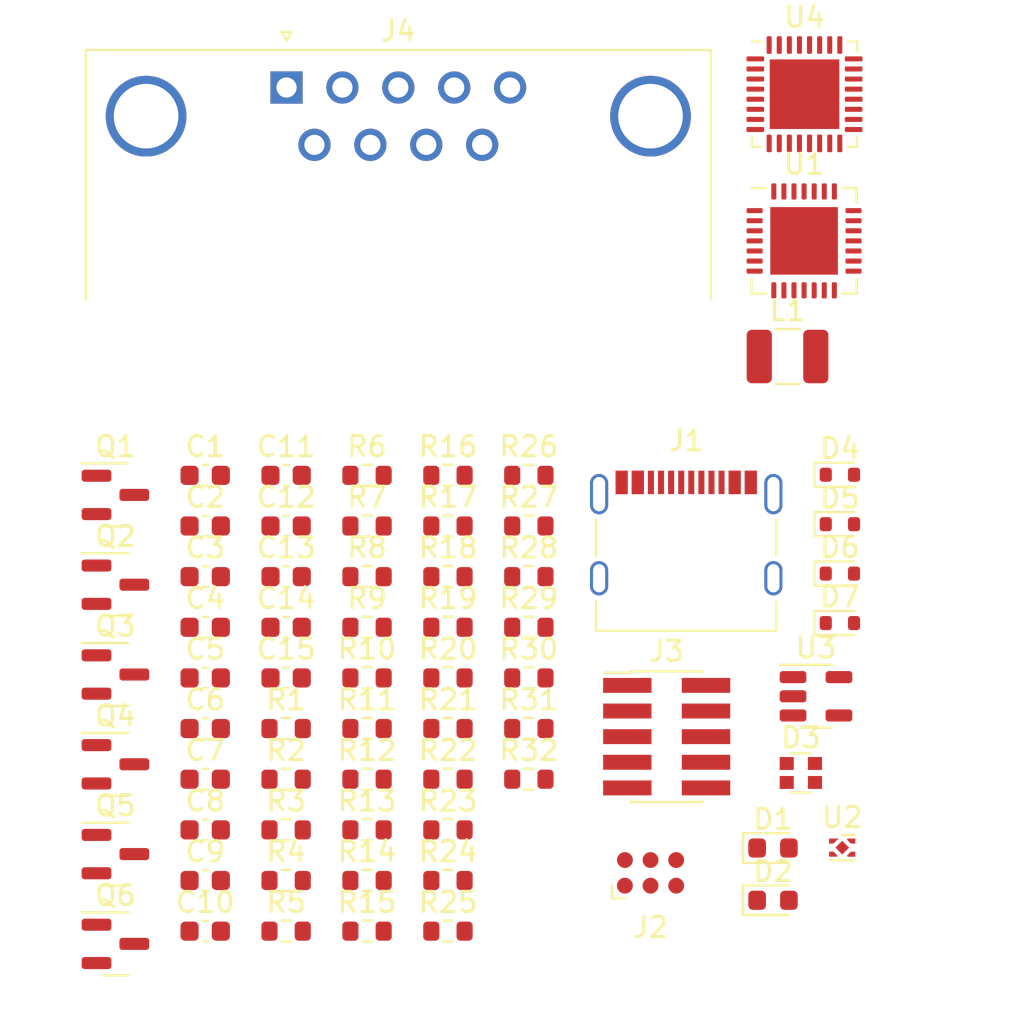
<source format=kicad_pcb>
(kicad_pcb (version 20221018) (generator pcbnew)
  (layers (0 "F.Cu" signal) (31 "B.Cu" signal) (34 "B.Paste" user) (35 "F.Paste" user) (36 "B.SilkS" user "B.Silkscreen") (37 "F.SilkS" user "F.Silkscreen") (38 "B.Mask" user) (39 "F.Mask" user) (44 "Edge.Cuts" user))
  (net 0 "")
  (net 1 "GND")
  (net 2 "+5V")
  (net 3 "/vdd")
  (net 4 "+3V3")
  (net 5 "Net-(D4-K)")
  (net 6 "/lin0")
  (net 7 "/lin2")
  (net 8 "/lin1")
  (net 9 "/lin3")
  (net 10 "Net-(D1-K)")
  (net 11 "Net-(D1-A)")
  (net 12 "Net-(D2-K)")
  (net 13 "Net-(D2-A)")
  (net 14 "Net-(D3-RK)")
  (net 15 "Net-(D3-BK)")
  (net 16 "Net-(D3-GK)")
  (net 17 "Net-(D4-A)")
  (net 18 "+12V")
  (net 19 "/lin_rx2")
  (net 20 "/lin_rx3")
  (net 21 "Net-(J1-CC1)")
  (net 22 "/usb_d+")
  (net 23 "/usb_d-")
  (net 25 "Net-(J1-CC2)")
  (net 27 "/swdio")
  (net 28 "/swclk")
  (net 29 "/~{rst}")
  (net 31 "/spi_sdo")
  (net 32 "/spi_sdi")
  (net 33 "/i2c_sda")
  (net 34 "/spi_sck")
  (net 35 "/i2c_scl")
  (net 36 "/spi_cs")
  (net 41 "Net-(Q1-B)")
  (net 42 "Net-(Q1-C)")
  (net 43 "/lin_rx0")
  (net 44 "Net-(Q4-B)")
  (net 45 "Net-(Q4-C)")
  (net 46 "/lin_rx1")
  (net 47 "Net-(U1-VBUS)")
  (net 48 "Net-(U1-~{RST})")
  (net 49 "/led_b")
  (net 50 "/led_g")
  (net 51 "/led_r")
  (net 52 "/boot_isp")
  (net 53 "/12v_en")
  (net 54 "Net-(U3-FB)")
  (net 55 "/lin_tx2")
  (net 56 "/lin_tx3")
  (net 70 "/dbg_tx")
  (net 71 "/dbg_rx")
  (footprint "Resistor_SMD:R_0603_1608Metric" (layer "F.Cu") (at 217.16 105.255)
    (fp_text reference "R9" (at 0 -1.43) (layer "F.SilkS"))
    (fp_text value "10k")
    (pad "1" smd roundrect (at -0.825 0) (size 0.8 0.95) (layers "F.Cu" "F.Paste" "F.Mask") (net 4 "+3V3"))
    (pad "2" smd roundrect (at 0.825 0) (size 0.8 0.95) (layers "F.Cu" "F.Paste" "F.Mask") (net 29 "/~{rst}"))
  )
  (footprint "Package_DFN_QFN:QFN-28-1EP_5x5mm_P0.5mm_EP3.35x3.35mm" (layer "F.Cu") (at 238.82 86.105)
    (fp_text reference "U1" (at 0 -3.8) (layer "F.SilkS"))
    (fp_text value "CP2102N-Axx-xQFN28")
    (pad "1" smd roundrect (at -2.45 -1.5) (size 0.8 0.25) (layers "F.Cu" "F.Paste" "F.Mask"))
    (pad "2" smd roundrect (at -2.45 -1) (size 0.8 0.25) (layers "F.Cu" "F.Paste" "F.Mask"))
    (pad "3" smd roundrect (at -2.45 -0.5) (size 0.8 0.25) (layers "F.Cu" "F.Paste" "F.Mask") (net 1 "GND"))
    (pad "4" smd roundrect (at -2.45 0) (size 0.8 0.25) (layers "F.Cu" "F.Paste" "F.Mask") (net 22 "/usb_d+"))
    (pad "5" smd roundrect (at -2.45 0.5) (size 0.8 0.25) (layers "F.Cu" "F.Paste" "F.Mask") (net 23 "/usb_d-"))
    (pad "6" smd roundrect (at -2.45 1) (size 0.8 0.25) (layers "F.Cu" "F.Paste" "F.Mask") (net 3 "/vdd"))
    (pad "7" smd roundrect (at -2.45 1.5) (size 0.8 0.25) (layers "F.Cu" "F.Paste" "F.Mask") (net 2 "+5V"))
    (pad "8" smd roundrect (at -1.5 2.45) (size 0.25 0.8) (layers "F.Cu" "F.Paste" "F.Mask") (net 47 "Net-(U1-VBUS)"))
    (pad "9" smd roundrect (at -1 2.45) (size 0.25 0.8) (layers "F.Cu" "F.Paste" "F.Mask") (net 48 "Net-(U1-~{RST})"))
    (pad "10" smd roundrect (at -0.5 2.45) (size 0.25 0.8) (layers "F.Cu" "F.Paste" "F.Mask"))
    (pad "11" smd roundrect (at 0 2.45) (size 0.25 0.8) (layers "F.Cu" "F.Paste" "F.Mask"))
    (pad "12" smd roundrect (at 0.5 2.45) (size 0.25 0.8) (layers "F.Cu" "F.Paste" "F.Mask"))
    (pad "13" smd roundrect (at 1 2.45) (size 0.25 0.8) (layers "F.Cu" "F.Paste" "F.Mask"))
    (pad "14" smd roundrect (at 1.5 2.45) (size 0.25 0.8) (layers "F.Cu" "F.Paste" "F.Mask"))
    (pad "15" smd roundrect (at 2.45 1.5) (size 0.8 0.25) (layers "F.Cu" "F.Paste" "F.Mask"))
    (pad "16" smd roundrect (at 2.45 1) (size 0.8 0.25) (layers "F.Cu" "F.Paste" "F.Mask"))
    (pad "17" smd roundrect (at 2.45 0.5) (size 0.8 0.25) (layers "F.Cu" "F.Paste" "F.Mask"))
    (pad "18" smd roundrect (at 2.45 0) (size 0.8 0.25) (layers "F.Cu" "F.Paste" "F.Mask") (net 12 "Net-(D2-K)"))
    (pad "19" smd roundrect (at 2.45 -0.5) (size 0.8 0.25) (layers "F.Cu" "F.Paste" "F.Mask") (net 10 "Net-(D1-K)"))
    (pad "20" smd roundrect (at 2.45 -1) (size 0.8 0.25) (layers "F.Cu" "F.Paste" "F.Mask") (net 52 "/boot_isp"))
    (pad "21" smd roundrect (at 2.45 -1.5) (size 0.8 0.25) (layers "F.Cu" "F.Paste" "F.Mask") (net 29 "/~{rst}"))
    (pad "22" smd roundrect (at 1.5 -2.45) (size 0.25 0.8) (layers "F.Cu" "F.Paste" "F.Mask"))
    (pad "23" smd roundrect (at 1 -2.45) (size 0.25 0.8) (layers "F.Cu" "F.Paste" "F.Mask"))
    (pad "24" smd roundrect (at 0.5 -2.45) (size 0.25 0.8) (layers "F.Cu" "F.Paste" "F.Mask"))
    (pad "25" smd roundrect (at 0 -2.45) (size 0.25 0.8) (layers "F.Cu" "F.Paste" "F.Mask") (net 70 "/dbg_tx"))
    (pad "26" smd roundrect (at -0.5 -2.45) (size 0.25 0.8) (layers "F.Cu" "F.Paste" "F.Mask") (net 71 "/dbg_rx"))
    (pad "27" smd roundrect (at -1 -2.45) (size 0.25 0.8) (layers "F.Cu" "F.Paste" "F.Mask"))
    (pad "28" smd roundrect (at -1.5 -2.45) (size 0.25 0.8) (layers "F.Cu" "F.Paste" "F.Mask"))
    (pad "29" smd rect (at 0 0) (size 3.35 3.35) (layers "F.Cu" "F.Mask") (net 1 "GND"))
  )
  (footprint "Capacitor_SMD:C_0603_1608Metric" (layer "F.Cu") (at 213.15 107.765)
    (fp_text reference "C15" (at 0 -1.43) (layer "F.SilkS"))
    (fp_text value "220p")
    (pad "1" smd roundrect (at -0.775 0) (size 0.9 0.95) (layers "F.Cu" "F.Paste" "F.Mask") (net 9 "/lin3"))
    (pad "2" smd roundrect (at 0.775 0) (size 0.9 0.95) (layers "F.Cu" "F.Paste" "F.Mask") (net 1 "GND"))
  )
  (footprint "Resistor_SMD:R_0603_1608Metric" (layer "F.Cu") (at 225.18 112.785)
    (fp_text reference "R32" (at 0 -1.43) (layer "F.SilkS"))
    (fp_text value "1k")
    (pad "1" smd roundrect (at -0.825 0) (size 0.8 0.95) (layers "F.Cu" "F.Paste" "F.Mask") (net 18 "+12V"))
    (pad "2" smd roundrect (at 0.825 0) (size 0.8 0.95) (layers "F.Cu" "F.Paste" "F.Mask") (net 9 "/lin3"))
  )
  (footprint "Resistor_SMD:R_0603_1608Metric" (layer "F.Cu") (at 225.18 107.765)
    (fp_text reference "R30" (at 0 -1.43) (layer "F.SilkS"))
    (fp_text value "100k")
    (pad "1" smd roundrect (at -0.825 0) (size 0.8 0.95) (layers "F.Cu" "F.Paste" "F.Mask") (net 46 "/lin_rx1"))
    (pad "2" smd roundrect (at 0.825 0) (size 0.8 0.95) (layers "F.Cu" "F.Paste" "F.Mask") (net 4 "+3V3"))
  )
  (footprint "Diode_SMD:D_SOD-523" (layer "F.Cu") (at 240.595 100.145)
    (fp_text reference "D5" (at 0 -1.3) (layer "F.SilkS"))
    (fp_text value "D_Schottky_Small_Filled")
    (pad "1" smd roundrect (at -0.7 0 180) (size 0.6 0.7) (layers "F.Cu" "F.Paste" "F.Mask") (net 18 "+12V"))
    (pad "2" smd roundrect (at 0.7 0 180) (size 0.6 0.7) (layers "F.Cu" "F.Paste" "F.Mask") (net 5 "Net-(D4-K)"))
  )
  (footprint "Resistor_SMD:R_0603_1608Metric" (layer "F.Cu") (at 221.17 117.805)
    (fp_text reference "R24" (at 0 -1.43) (layer "F.SilkS"))
    (fp_text value "100k")
    (pad "1" smd roundrect (at -0.825 0) (size 0.8 0.95) (layers "F.Cu" "F.Paste" "F.Mask") (net 43 "/lin_rx0"))
    (pad "2" smd roundrect (at 0.825 0) (size 0.8 0.95) (layers "F.Cu" "F.Paste" "F.Mask") (net 4 "+3V3"))
  )
  (footprint "Capacitor_SMD:C_0603_1608Metric" (layer "F.Cu") (at 209.14 120.315)
    (fp_text reference "C10" (at 0 -1.43) (layer "F.SilkS"))
    (fp_text value "10n")
    (pad "1" smd roundrect (at -0.775 0) (size 0.9 0.95) (layers "F.Cu" "F.Paste" "F.Mask") (net 1 "GND"))
    (pad "2" smd roundrect (at 0.775 0) (size 0.9 0.95) (layers "F.Cu" "F.Paste" "F.Mask") (net 4 "+3V3"))
  )
  (footprint "Resistor_SMD:R_0603_1608Metric" (layer "F.Cu") (at 217.16 120.315)
    (fp_text reference "R15" (at 0 -1.43) (layer "F.SilkS"))
    (fp_text value "10k")
    (pad "1" smd roundrect (at -0.825 0) (size 0.8 0.95) (layers "F.Cu" "F.Paste" "F.Mask") (net 4 "+3V3"))
    (pad "2" smd roundrect (at 0.825 0) (size 0.8 0.95) (layers "F.Cu" "F.Paste" "F.Mask") (net 27 "/swdio"))
  )
  (footprint "Capacitor_SMD:C_0603_1608Metric" (layer "F.Cu") (at 209.14 107.765)
    (fp_text reference "C5" (at 0 -1.43) (layer "F.SilkS"))
    (fp_text value "1u")
    (pad "1" smd roundrect (at -0.775 0) (size 0.9 0.95) (layers "F.Cu" "F.Paste" "F.Mask") (net 1 "GND"))
    (pad "2" smd roundrect (at 0.775 0) (size 0.9 0.95) (layers "F.Cu" "F.Paste" "F.Mask") (net 2 "+5V"))
  )
  (footprint "Package_TO_SOT_SMD:SOT-23" (layer "F.Cu") (at 204.69 120.945)
    (fp_text reference "Q6" (at 0 -2.4) (layer "F.SilkS"))
    (fp_text value "DMG2302UK-7")
    (pad "1" smd roundrect (at -0.9375 -0.95) (size 1.475 0.6) (layers "F.Cu" "F.Paste" "F.Mask") (net 4 "+3V3"))
    (pad "2" smd roundrect (at -0.9375 0.95) (size 1.475 0.6) (layers "F.Cu" "F.Paste" "F.Mask") (net 46 "/lin_rx1"))
    (pad "3" smd roundrect (at 0.9375 0) (size 1.475 0.6) (layers "F.Cu" "F.Paste" "F.Mask") (net 8 "/lin1"))
  )
  (footprint "Connector_PinHeader_1.27mm:PinHeader_2x05_P1.27mm_Vertical_SMD" (layer "F.Cu") (at 232.01 110.675)
    (fp_text reference "J3" (at 0 -4.235) (layer "F.SilkS"))
    (fp_text value "SPI/I2C")
    (pad "1" smd rect (at -1.95 -2.54) (size 2.4 0.74) (layers "F.Cu" "F.Paste" "F.Mask") (net 4 "+3V3"))
    (pad "2" smd rect (at 1.95 -2.54) (size 2.4 0.74) (layers "F.Cu" "F.Paste" "F.Mask") (net 31 "/spi_sdo"))
    (pad "3" smd rect (at -1.95 -1.27) (size 2.4 0.74) (layers "F.Cu" "F.Paste" "F.Mask") (net 1 "GND"))
    (pad "4" smd rect (at 1.95 -1.27) (size 2.4 0.74) (layers "F.Cu" "F.Paste" "F.Mask") (net 32 "/spi_sdi"))
    (pad "5" smd rect (at -1.95 0) (size 2.4 0.74) (layers "F.Cu" "F.Paste" "F.Mask") (net 33 "/i2c_sda"))
    (pad "6" smd rect (at 1.95 0) (size 2.4 0.74) (layers "F.Cu" "F.Paste" "F.Mask") (net 34 "/spi_sck"))
    (pad "7" smd rect (at -1.95 1.27) (size 2.4 0.74) (layers "F.Cu" "F.Paste" "F.Mask") (net 35 "/i2c_scl"))
    (pad "8" smd rect (at 1.95 1.27) (size 2.4 0.74) (layers "F.Cu" "F.Paste" "F.Mask") (net 36 "/spi_cs"))
    (pad "9" smd rect (at -1.95 2.54) (size 2.4 0.74) (layers "F.Cu" "F.Paste" "F.Mask"))
    (pad "10" smd rect (at 1.95 2.54) (size 2.4 0.74) (layers "F.Cu" "F.Paste" "F.Mask"))
  )
  (footprint "Resistor_SMD:R_Array_Convex_2x0606" (layer "F.Cu") (at 238.66 112.475)
    (fp_text reference "D3" (at 0 -1.75) (layer "F.SilkS"))
    (fp_text value "LED_RABG")
    (pad "1" smd rect (at -0.7 -0.47) (size 0.7 0.64) (layers "F.Cu" "F.Paste" "F.Mask") (net 14 "Net-(D3-RK)"))
    (pad "2" smd rect (at -0.7 0.47) (size 0.7 0.64) (layers "F.Cu" "F.Paste" "F.Mask") (net 4 "+3V3"))
    (pad "3" smd rect (at 0.7 0.47) (size 0.7 0.64) (layers "F.Cu" "F.Paste" "F.Mask") (net 15 "Net-(D3-BK)"))
    (pad "4" smd rect (at 0.7 -0.47) (size 0.7 0.64) (layers "F.Cu" "F.Paste" "F.Mask") (net 16 "Net-(D3-GK)"))
  )
  (footprint "Resistor_SMD:R_0603_1608Metric" (layer "F.Cu") (at 213.15 112.785)
    (fp_text reference "R2" (at 0 -1.43) (layer "F.SilkS"))
    (fp_text value "47k")
    (pad "1" smd roundrect (at -0.825 0) (size 0.8 0.95) (layers "F.Cu" "F.Paste" "F.Mask") (net 1 "GND"))
    (pad "2" smd roundrect (at 0.825 0) (size 0.8 0.95) (layers "F.Cu" "F.Paste" "F.Mask") (net 47 "Net-(U1-VBUS)"))
  )
  (footprint "Resistor_SMD:R_0603_1608Metric" (layer "F.Cu") (at 221.17 107.765)
    (fp_text reference "R20" (at 0 -1.43) (layer "F.SilkS"))
    (fp_text value "2k2")
    (pad "1" smd roundrect (at -0.825 0) (size 0.8 0.95) (layers "F.Cu" "F.Paste" "F.Mask") (net 4 "+3V3"))
    (pad "2" smd roundrect (at 0.825 0) (size 0.8 0.95) (layers "F.Cu" "F.Paste" "F.Mask") (net 35 "/i2c_scl"))
  )
  (footprint "Package_TO_SOT_SMD:SOT-23" (layer "F.Cu") (at 204.69 116.495)
    (fp_text reference "Q5" (at 0 -2.4) (layer "F.SilkS"))
    (fp_text value "MMBT2222")
    (pad "1" smd roundrect (at -0.9375 -0.95) (size 1.475 0.6) (layers "F.Cu" "F.Paste" "F.Mask") (net 45 "Net-(Q4-C)"))
    (pad "2" smd roundrect (at -0.9375 0.95) (size 1.475 0.6) (layers "F.Cu" "F.Paste" "F.Mask") (net 1 "GND"))
    (pad "3" smd roundrect (at 0.9375 0) (size 1.475 0.6) (layers "F.Cu" "F.Paste" "F.Mask") (net 9 "/lin3"))
  )
  (footprint "Capacitor_SMD:C_0603_1608Metric" (layer "F.Cu") (at 209.14 105.255)
    (fp_text reference "C4" (at 0 -1.43) (layer "F.SilkS"))
    (fp_text value "4u7")
    (pad "1" smd roundrect (at -0.775 0) (size 0.9 0.95) (layers "F.Cu" "F.Paste" "F.Mask") (net 1 "GND"))
    (pad "2" smd roundrect (at 0.775 0) (size 0.9 0.95) (layers "F.Cu" "F.Paste" "F.Mask") (net 3 "/vdd"))
  )
  (footprint "Diode_SMD:D_SOD-523" (layer "F.Cu") (at 240.595 102.595)
    (fp_text reference "D6" (at 0 -1.3) (layer "F.SilkS"))
    (fp_text value "D_Schottky_Small_Filled")
    (pad "1" smd roundrect (at -0.7 0 180) (size 0.6 0.7) (layers "F.Cu" "F.Paste" "F.Mask") (net 7 "/lin2"))
    (pad "2" smd roundrect (at 0.7 0 180) (size 0.6 0.7) (layers "F.Cu" "F.Paste" "F.Mask") (net 19 "/lin_rx2"))
  )
  (footprint "LED_SMD:LED_0603_1608Metric" (layer "F.Cu") (at 237.28 116.195)
    (fp_text reference "D1" (at 0 -1.43) (layer "F.SilkS"))
    (fp_text value "LED_Small")
    (pad "1" smd roundrect (at -0.7875 0) (size 0.875 0.95) (layers "F.Cu" "F.Paste" "F.Mask") (net 10 "Net-(D1-K)"))
    (pad "2" smd roundrect (at 0.7875 0) (size 0.875 0.95) (layers "F.Cu" "F.Paste" "F.Mask") (net 11 "Net-(D1-A)"))
  )
  (footprint "Package_TO_SOT_SMD:SOT-23" (layer "F.Cu") (at 204.69 103.145)
    (fp_text reference "Q2" (at 0 -2.4) (layer "F.SilkS"))
    (fp_text value "MMBT2222")
    (pad "1" smd roundrect (at -0.9375 -0.95) (size 1.475 0.6) (layers "F.Cu" "F.Paste" "F.Mask") (net 42 "Net-(Q1-C)"))
    (pad "2" smd roundrect (at -0.9375 0.95) (size 1.475 0.6) (layers "F.Cu" "F.Paste" "F.Mask") (net 1 "GND"))
    (pad "3" smd roundrect (at 0.9375 0) (size 1.475 0.6) (layers "F.Cu" "F.Paste" "F.Mask") (net 7 "/lin2"))
  )
  (footprint "Resistor_SMD:R_0603_1608Metric" (layer "F.Cu") (at 217.16 110.275)
    (fp_text reference "R11" (at 0 -1.43) (layer "F.SilkS"))
    (fp_text value "2k2")
    (pad "1" smd roundrect (at -0.825 0) (size 0.8 0.95) (layers "F.Cu" "F.Paste" "F.Mask") (net 50 "/led_g"))
    (pad "2" smd roundrect (at 0.825 0) (size 0.8 0.95) (layers "F.Cu" "F.Paste" "F.Mask") (net 16 "Net-(D3-GK)"))
  )
  (footprint "Package_DFN_QFN:QFN-32-1EP_5x5mm_P0.5mm_EP3.45x3.45mm" (layer "F.Cu") (at 238.84 78.835)
    (fp_text reference "U4" (at 0 -3.82) (layer "F.SilkS"))
    (fp_text value "LPC845M301JHI33")
    (pad "1" smd roundrect (at -2.4375 -1.75) (size 0.875 0.25) (layers "F.Cu" "F.Paste" "F.Mask") (net 53 "/12v_en"))
    (pad "2" smd roundrect (at -2.4375 -1.25) (size 0.875 0.25) (layers "F.Cu" "F.Paste" "F.Mask") (net 52 "/boot_isp"))
    (pad "3" smd roundrect (at -2.4375 -0.75) (size 0.875 0.25) (layers "F.Cu" "F.Paste" "F.Mask") (net 29 "/~{rst}"))
    (pad "4" smd roundrect (at -2.4375 -0.25) (size 0.875 0.25) (layers "F.Cu" "F.Paste" "F.Mask"))
    (pad "5" smd roundrect (at -2.4375 0.25) (size 0.875 0.25) (layers "F.Cu" "F.Paste" "F.Mask"))
    (pad "6" smd roundrect (at -2.4375 0.75) (size 0.875 0.25) (layers "F.Cu" "F.Paste" "F.Mask") (net 28 "/swclk"))
    (pad "7" smd roundrect (at -2.4375 1.25) (size 0.875 0.25) (layers "F.Cu" "F.Paste" "F.Mask") (net 27 "/swdio"))
    (pad "8" smd roundrect (at -2.4375 1.75) (size 0.875 0.25) (layers "F.Cu" "F.Paste" "F.Mask") (net 33 "/i2c_sda"))
    (pad "9" smd roundrect (at -1.75 2.4375) (size 0.25 0.875) (layers "F.Cu" "F.Paste" "F.Mask") (net 35 "/i2c_scl"))
    (pad "10" smd roundrect (at -1.25 2.4375) (size 0.25 0.875) (layers "F.Cu" "F.Paste" "F.Mask") (net 31 "/spi_sdo"))
    (pad "11" smd roundrect (at -0.75 2.4375) (size 0.25 0.875) (layers "F.Cu" "F.Paste" "F.Mask") (net 32 "/spi_sdi"))
    (pad "12" smd roundrect (at -0.25 2.4375) (size 0.25 0.875) (layers "F.Cu" "F.Paste" "F.Mask") (net 34 "/spi_sck"))
    (pad "13" smd roundrect (at 0.25 2.4375) (size 0.25 0.875) (layers "F.Cu" "F.Paste" "F.Mask") (net 70 "/dbg_tx"))
    (pad "14" smd roundrect (at 0.75 2.4375) (size 0.25 0.875) (layers "F.Cu" "F.Paste" "F.Mask") (net 71 "/dbg_rx"))
    (pad "15" smd roundrect (at 1.25 2.4375) (size 0.25 0.875) (layers "F.Cu" "F.Paste" "F.Mask") (net 36 "/spi_cs"))
    (pad "16" smd roundrect (at 1.75 2.4375) (size 0.25 0.875) (layers "F.Cu" "F.Paste" "F.Mask"))
    (pad "17" smd roundrect (at 2.4375 1.75) (size 0.875 0.25) (layers "F.Cu" "F.Paste" "F.Mask"))
    (pad "18" smd roundrect (at 2.4375 1.25) (size 0.875 0.25) (layers "F.Cu" "F.Paste" "F.Mask"))
    (pad "19" smd roundrect (at 2.4375 0.75) (size 0.875 0.25) (layers "F.Cu" "F.Paste" "F.Mask") (net 4 "+3V3"))
    (pad "20" smd roundrect (at 2.4375 0.25) (size 0.875 0.25) (layers "F.Cu" "F.Paste" "F.Mask") (net 1 "GND"))
    (pad "21" smd roundrect (at 2.4375 -0.25) (size 0.875 0.25) (layers "F.Cu" "F.Paste" "F.Mask") (net 4 "+3V3"))
    (pad "22" smd roundrect (at 2.4375 -0.75) (size 0.875 0.25) (layers "F.Cu" "F.Paste" "F.Mask") (net 49 "/led_b"))
    (pad "23" smd roundrect (at 2.4375 -1.25) (size 0.875 0.25) (layers "F.Cu" "F.Paste" "F.Mask") (net 50 "/led_g"))
    (pad "24" smd roundrect (at 2.4375 -1.75) (size 0.875 0.25) (layers "F.Cu" "F.Paste" "F.Mask") (net 51 "/led_r"))
    (pad "25" smd roundrect (at 1.75 -2.4375) (size 0.25 0.875) (layers "F.Cu" "F.Paste" "F.Mask") (net 20 "/lin_rx3"))
    (pad "26" smd roundrect (at 1.25 -2.4375) (size 0.25 0.875) (layers "F.Cu" "F.Paste" "F.Mask") (net 56 "/lin_tx3"))
    (pad "27" smd roundrect (at 0.75 -2.4375) (size 0.25 0.875) (layers "F.Cu" "F.Paste" "F.Mask") (net 19 "/lin_rx2"))
    (pad "28" smd roundrect (at 0.25 -2.4375) (size 0.25 0.875) (layers "F.Cu" "F.Paste" "F.Mask") (net 55 "/lin_tx2"))
    (pad "29" smd roundrect (at -0.25 -2.4375) (size 0.25 0.875) (layers "F.Cu" "F.Paste" "F.Mask") (net 46 "/lin_rx1"))
    (pad "30" smd roundrect (at -0.75 -2.4375) (size 0.25 0.875) (layers "F.Cu" "F.Paste" "F.Mask") (net 46 "/lin_rx1"))
    (pad "31" smd roundrect (at -1.25 -2.4375) (size 0.25 0.875) (layers "F.Cu" "F.Paste" "F.Mask") (net 43 "/lin_rx0"))
    (pad "32" smd roundrect (at -1.75 -2.4375) (size 0.25 0.875) (layers "F.Cu" "F.Paste" "F.Mask") (net 43 "/lin_rx0"))
    (pad "33" smd rect (at 0 0) (size 3.45 3.45) (layers "F.Cu" "F.Mask") (net 1 "GND"))
  )
  (footprint "LED_SMD:LED_0603_1608Metric" (layer "F.Cu") (at 237.28 118.785)
    (fp_text reference "D2" (at 0 -1.43) (layer "F.SilkS"))
    (fp_text value "LED_Small")
    (pad "1" smd roundrect (at -0.7875 0) (size 0.875 0.95) (layers "F.Cu" "F.Paste" "F.Mask") (net 12 "Net-(D2-K)"))
    (pad "2" smd roundrect (at 0.7875 0) (size 0.875 0.95) (layers "F.Cu" "F.Paste" "F.Mask") (net 13 "Net-(D2-A)"))
  )
  (footprint "Resistor_SMD:R_0603_1608Metric" (layer "F.Cu") (at 217.16 117.805)
    (fp_text reference "R14" (at 0 -1.43) (layer "F.SilkS"))
    (fp_text value "10k")
    (pad "1" smd roundrect (at -0.825 0) (size 0.8 0.95) (layers "F.Cu" "F.Paste" "F.Mask") (net 4 "+3V3"))
    (pad "2" smd roundrect (at 0.825 0) (size 0.8 0.95) (layers "F.Cu" "F.Paste" "F.Mask") (net 52 "/boot_isp"))
  )
  (footprint "Connector_Dsub:DSUB-9_Male_Horizontal_P2.77x2.84mm_EdgePinOffset7.70mm_Housed_MountingHolesOffset9.12mm" (layer "F.Cu") (at 213.17 78.504338)
    (fp_text reference "J4" (at 5.54 -2.8) (layer "F.SilkS"))
    (fp_text value "LIN")
    (pad "0" thru_hole circle (at -6.96 1.42) (size 4 4) (drill 3.2) (layers "*.Cu" "*.Mask") (net 1 "GND"))
    (pad "0" thru_hole circle (at 18.04 1.42) (size 4 4) (drill 3.2) (layers "*.Cu" "*.Mask") (net 1 "GND"))
    (pad "1" thru_hole rect (at 0 0) (size 1.6 1.6) (drill 1) (layers "*.Cu" "*.Mask") (net 9 "/lin3"))
    (pad "2" thru_hole circle (at 2.77 0) (size 1.6 1.6) (drill 1) (layers "*.Cu" "*.Mask") (net 7 "/lin2"))
    (pad "3" thru_hole circle (at 5.54 0) (size 1.6 1.6) (drill 1) (layers "*.Cu" "*.Mask") (net 8 "/lin1"))
    (pad "4" thru_hole circle (at 8.31 0) (size 1.6 1.6) (drill 1) (layers "*.Cu" "*.Mask") (net 6 "/lin0"))
    (pad "5" thru_hole circle (at 11.08 0) (size 1.6 1.6) (drill 1) (layers "*.Cu" "*.Mask") (net 1 "GND"))
    (pad "6" thru_hole circle (at 1.385 2.84) (size 1.6 1.6) (drill 1) (layers "*.Cu" "*.Mask") (net 1 "GND"))
    (pad "7" thru_hole circle (at 4.155 2.84) (size 1.6 1.6) (drill 1) (layers "*.Cu" "*.Mask"))
    (pad "8" thru_hole circle (at 6.925 2.84) (size 1.6 1.6) (drill 1) (layers "*.Cu" "*.Mask"))
    (pad "9" thru_hole circle (at 9.695 2.84) (size 1.6 1.6) (drill 1) (layers "*.Cu" "*.Mask") (net 18 "+12V"))
  )
  (footprint "Capacitor_SMD:C_0603_1608Metric" (layer "F.Cu") (at 213.15 97.725)
    (fp_text reference "C11" (at 0 -1.43) (layer "F.SilkS"))
    (fp_text value "1u")
    (pad "1" smd roundrect (at -0.775 0) (size 0.9 0.95) (layers "F.Cu" "F.Paste" "F.Mask") (net 1 "GND"))
    (pad "2" smd roundrect (at 0.775 0) (size 0.9 0.95) (layers "F.Cu" "F.Paste" "F.Mask") (net 5 "Net-(D4-K)"))
  )
  (footprint "Capacitor_SMD:C_0603_1608Metric" (layer "F.Cu") (at 209.14 117.805)
    (fp_text reference "C9" (at 0 -1.43) (layer "F.SilkS"))
    (fp_text value "100n")
    (pad "1" smd roundrect (at -0.775 0) (size 0.9 0.95) (layers "F.Cu" "F.Paste" "F.Mask") (net 1 "GND"))
    (pad "2" smd roundrect (at 0.775 0) (size 0.9 0.95) (layers "F.Cu" "F.Paste" "F.Mask") (net 4 "+3V3"))
  )
  (footprint "Resistor_SMD:R_0603_1608Metric" (layer "F.Cu") (at 221.17 115.295)
    (fp_text reference "R23" (at 0 -1.43) (layer "F.SilkS"))
    (fp_text value "4k7")
    (pad "1" smd roundrect (at -0.825 0) (size 0.8 0.95) (layers "F.Cu" "F.Paste" "F.Mask") (net 42 "Net-(Q1-C)"))
    (pad "2" smd roundrect (at 0.825 0) (size 0.8 0.95) (layers "F.Cu" "F.Paste" "F.Mask") (net 4 "+3V3"))
  )
  (footprint "Resistor_SMD:R_0603_1608Metric" (layer "F.Cu") (at 217.16 112.785)
    (fp_text reference "R12" (at 0 -1.43) (layer "F.SilkS"))
    (fp_text value "2k2")
    (pad "1" smd roundrect (at -0.825 0) (size 0.8 0.95) (layers "F.Cu" "F.Paste" "F.Mask") (net 51 "/led_r"))
    (pad "2" smd roundrect (at 0.825 0) (size 0.8 0.95) (layers "F.Cu" "F.Paste" "F.Mask") (net 14 "Net-(D3-RK)"))
  )
  (footprint "Resistor_SMD:R_0603_1608Metric" (layer "F.Cu") (at 213.15 115.295)
    (fp_text reference "R3" (at 0 -1.43) (layer "F.SilkS"))
    (fp_text value "1k")
    (pad "1" smd roundrect (at -0.825 0) (size 0.8 0.95) (layers "F.Cu" "F.Paste" "F.Mask") (net 3 "/vdd"))
    (pad "2" smd roundrect (at 0.825 0) (size 0.8 0.95) (layers "F.Cu" "F.Paste" "F.Mask") (net 48 "Net-(U1-~{RST})"))
  )
  (footprint "Resistor_SMD:R_0603_1608Metric" (layer "F.Cu") (at 217.16 115.295)
    (fp_text reference "R13" (at 0 -1.43) (layer "F.SilkS"))
    (fp_text value "10k")
    (pad "1" smd roundrect (at -0.825 0) (size 0.8 0.95) (layers "F.Cu" "F.Paste" "F.Mask") (net 4 "+3V3"))
    (pad "2" smd roundrect (at 0.825 0) (size 0.8 0.95) (layers "F.Cu" "F.Paste" "F.Mask") (net 28 "/swclk"))
  )
  (footprint "Capacitor_SMD:C_0603_1608Metric" (layer "F.Cu") (at 209.14 97.725)
    (fp_text reference "C1" (at 0 -1.43) (layer "F.SilkS"))
    (fp_text value "4u7")
    (pad "1" smd roundrect (at -0.775 0) (size 0.9 0.95) (layers "F.Cu" "F.Paste" "F.Mask") (net 1 "GND"))
    (pad "2" smd roundrect (at 0.775 0) (size 0.9 0.95) (layers "F.Cu" "F.Paste" "F.Mask") (net 2 "+5V"))
  )
  (footprint "Capacitor_SMD:C_0603_1608Metric" (layer "F.Cu") (at 209.14 100.235)
    (fp_text reference "C2" (at 0 -1.43) (layer "F.SilkS"))
    (fp_text value "100n")
    (pad "1" smd roundrect (at -0.775 0) (size 0.9 0.95) (layers "F.Cu" "F.Paste" "F.Mask") (net 1 "GND"))
    (pad "2" smd roundrect (at 0.775 0) (size 0.9 0.95) (layers "F.Cu" "F.Paste" "F.Mask") (net 2 "+5V"))
  )
  (footprint "Resistor_SMD:R_0603_1608Metric" (layer "F.Cu") (at 213.15 120.315)
    (fp_text reference "R5" (at 0 -1.43) (layer "F.SilkS"))
    (fp_text value "5k1")
    (pad "1" smd roundrect (at -0.825 0) (size 0.8 0.95) (layers "F.Cu" "F.Paste" "F.Mask") (net 25 "Net-(J1-CC2)"))
    (pad "2" smd roundrect (at 0.825 0) (size 0.8 0.95) (layers "F.Cu" "F.Paste" "F.Mask") (net 1 "GND"))
  )
  (footprint "Diode_SMD:D_SOD-523" (layer "F.Cu") (at 240.595 105.045)
    (fp_text reference "D7" (at 0 -1.3) (layer "F.SilkS"))
    (fp_text value "D_Schottky_Small_Filled")
    (pad "1" smd roundrect (at -0.7 0 180) (size 0.6 0.7) (layers "F.Cu" "F.Paste" "F.Mask") (net 9 "/lin3"))
    (pad "2" smd roundrect (at 0.7 0 180) (size 0.6 0.7) (layers "F.Cu" "F.Paste" "F.Mask") (net 20 "/lin_rx3"))
  )
  (footprint "Resistor_SMD:R_0603_1608Metric" (layer "F.Cu") (at 217.16 107.765)
    (fp_text reference "R10" (at 0 -1.43) (layer "F.SilkS"))
    (fp_text value "2k2")
    (pad "1" smd roundrect (at -0.825 0) (size 0.8 0.95) (layers "F.Cu" "F.Paste" "F.Mask") (net 49 "/led_b"))
    (pad "2" smd roundrect (at 0.825 0) (size 0.8 0.95) (layers "F.Cu" "F.Paste" "F.Mask") (net 15 "Net-(D3-BK)"))
  )
  (footprint "Package_TO_SOT_SMD:SOT-23" (layer "F.Cu") (at 204.69 107.595)
    (fp_text reference "Q3" (at 0 -2.4) (layer "F.SilkS"))
    (fp_text value "DMG2302UK-7")
    (pad "1" smd roundrect (at -0.9375 -0.95) (size 1.475 0.6) (layers "F.Cu" "F.Paste" "F.Mask") (net 4 "+3V3"))
    (pad "2" smd roundrect (at -0.9375 0.95) (size 1.475 0.6) (layers "F.Cu" "F.Paste" "F.Mask") (net 43 "/lin_rx0"))
    (pad "3" smd roundrect (at 0.9375 0) (size 1.475 0.6) (layers "F.Cu" "F.Paste" "F.Mask") (net 6 "/lin0"))
  )
  (footprint "Diode_SMD:D_SOD-523" (layer "F.Cu") (at 240.595 97.695)
    (fp_text reference "D4" (at 0 -1.3) (layer "F.SilkS"))
    (fp_text value "D_Schottky_Small_Filled")
    (pad "1" smd roundrect (at -0.7 0 180) (size 0.6 0.7) (layers "F.Cu" "F.Paste" "F.Mask") (net 5 "Net-(D4-K)"))
    (pad "2" smd roundrect (at 0.7 0 180) (size 0.6 0.7) (layers "F.Cu" "F.Paste" "F.Mask") (net 17 "Net-(D4-A)"))
  )
  (footprint "Connector_USB:USB_C_Receptacle_Palconn_UTC16-G" (layer "F.Cu") (at 232.98 100.585)
    (fp_text reference "J1" (at 0 -4.58) (layer "F.SilkS"))
    (fp_text value "USB_C_Receptacle_USB2.0")
    (pad "" np_thru_hole circle (at -2.89 -1.45 180) (size 0.6 0.6) (drill 0.6) (layers "*.Cu" "*.Mask"))
    (pad "" np_thru_hole circle (at 2.89 -1.45 180) (size 0.6 0.6) (drill 0.6) (layers "*.Cu" "*.Mask"))
    (pad "A1" smd rect (at -3.2 -2.51) (size 0.6 1.16) (layers "F.Cu" "F.Paste" "F.Mask") (net 1 "GND"))
    (pad "A4" smd rect (at -2.4 -2.51) (size 0.6 1.16) (layers "F.Cu" "F.Paste" "F.Mask") (net 2 "+5V"))
    (pad "A5" smd rect (at -1.25 -2.51 180) (size 0.3 1.16) (layers "F.Cu" "F.Paste" "F.Mask") (net 21 "Net-(J1-CC1)"))
    (pad "A6" smd rect (at -0.25 -2.51 180) (size 0.3 1.16) (layers "F.Cu" "F.Paste" "F.Mask") (net 22 "/usb_d+"))
    (pad "A7" smd rect (at 0.25 -2.51 180) (size 0.3 1.16) (layers "F.Cu" "F.Paste" "F.Mask") (net 23 "/usb_d-"))
    (pad "A8" smd rect (at 1.25 -2.51 180) (size 0.3 1.16) (layers "F.Cu" "F.Paste" "F.Mask"))
    (pad "A9" smd rect (at 2.4 -2.51) (size 0.6 1.16) (layers "F.Cu" "F.Paste" "F.Mask") (net 2 "+5V"))
    (pad "A12" smd rect (at 3.2 -2.51) (size 0.6 1.16) (layers "F.Cu" "F.Paste" "F.Mask") (net 1 "GND"))
    (pad "B1" smd rect (at 3.2 -2.51) (size 0.6 1.16) (layers "F.Cu" "F.Paste" "F.Mask") (net 1 "GND"))
    (pad "B4" smd rect (at 2.4 -2.51) (size 0.6 1.16) (layers "F.Cu" "F.Paste" "F.Mask") (net 2 "+5V"))
    (pad "B5" smd rect (at 1.75 -2.51 180) (size 0.3 1.16) (layers "F.Cu" "F.Paste" "F.Mask") (net 25 "Net-(J1-CC2)"))
    (pad "B6" smd rect (at 0.75 -2.51 180) (size 0.3 1.16) (layers "F.Cu" "F.Paste" "F.Mask") (net 22 "/usb_d+"))
    (pad "B7" smd rect (at -0.75 -2.51 180) (size 0.3 1.16) (layers "F.Cu" "F.Paste" "F.Mask") (net 23 "/usb_d-"))
    (pad "B8" smd rect (at -1.75 -2.51 180) (size 0.3 1.16) (layers "F.Cu" "F.Paste" "F.Mask"))
    (pad "B9" smd rect (at -2.4 -2.51) (size 0.6 1.16) (layers "F.Cu" "F.Paste" "F.Mask") (net 2 "+5V"))
    (pad "B12" smd rect (at -3.2 -2.51) (size 0.6 1.16) (layers "F.Cu" "F.Paste" "F.Mask") (net 1 "GND"))
    (pad "S1" thru_hole oval (at -4.32 -1.93 90) (size 2 0.9) (drill oval 1.7 0.6) (layers "*.Cu" "*.Mask") (net 1 "GND"))
    (pad "S1" thru_hole oval (at -4.32 2.24 90) (size 1.7 0.9) (drill oval 1.4 0.6) (layers "*.Cu" "*.Mask") (net 1 "GND"))
    (pad "S1" thru_hole oval (at 4.32 -1.93 90) (size 2 0.9) (drill oval 1.7 0.6) (layers "*.Cu" "*.Mask") (net 1 "GND"))
    (pad "S1" thru_hole oval (at 4.32 2.24 90) (size 1.7 0.9) (drill oval 1.4 0.6) (layers "*.Cu" "*.Mask") (net 1 "GND"))
  )
  (footprint "Inductor_SMD:L_1210_3225Metric" (layer "F.Cu") (at 238 91.835)
    (fp_text reference "L1" (at 0 -2.28) (layer "F.SilkS"))
    (fp_text value "10u")
    (pad "1" smd roundrect (at -1.4 0) (size 1.25 2.65) (layers "F.Cu" "F.Paste" "F.Mask") (roundrect_rratio 0.2) (net 2 "+5V"))
    (pad "2" smd roundrect (at 1.4 0) (size 1.25 2.65) (layers "F.Cu" "F.Paste" "F.Mask") (roundrect_rratio 0.2) (net 17 "Net-(D4-A)"))
  )
  (footprint "Resistor_SMD:R_0603_1608Metric" (layer "F.Cu") (at 221.17 110.275)
    (fp_text reference "R21" (at 0 -1.43) (layer "F.SilkS"))
    (fp_text value "10k")
    (pad "1" smd roundrect (at -0.825 0) (size 0.8 0.95) (layers "F.Cu" "F.Paste" "F.Mask") (net 55 "/lin_tx2"))
    (pad "2" smd roundrect (at 0.825 0) (size 0.8 0.95) (layers "F.Cu" "F.Paste" "F.Mask") (net 41 "Net-(Q1-B)"))
  )
  (footprint "Resistor_SMD:R_0603_1608Metric" (layer "F.Cu") (at 221.17 100.235)
    (fp_text reference "R17" (at 0 -1.43) (layer "F.SilkS"))
    (fp_text value "100k")
    (pad "1" smd roundrect (at -0.825 0) (size 0.8 0.95) (layers "F.Cu" "F.Paste" "F.Mask") (net 54 "Net-(U3-FB)"))
    (pad "2" smd roundrect (at 0.825 0) (size 0.8 0.95) (layers "F.Cu" "F.Paste" "F.Mask") (net 5 "Net-(D4-K)"))
  )
  (footprint "Capacitor_SMD:C_0603_1608Metric" (layer "F.Cu") (at 213.15 102.745)
    (fp_text reference "C13" (at 0 -1.43) (layer "F.SilkS"))
    (fp_text value "220p")
    (pad "1" smd roundrect (at -0.775 0) (size 0.9 0.95) (layers "F.Cu" "F.Paste" "F.Mask") (net 7 "/lin2"))
    (pad "2" smd roundrect (at 0.775 0) (size 0.9 0.95) (layers "F.Cu" "F.Paste" "F.Mask") (net 1 "GND"))
  )
  (footprint "Package_DFN_QFN:UDFN-4-1EP_1x1mm_P0.65mm_EP0.48x0.48mm" (layer "F.Cu") (at 240.71 116.175)
    (fp_text reference "U2" (at 0 -1.5) (layer "F.SilkS"))
    (fp_text value "LD39020ATPU33R")
    (pad "1" smd custom (at -0.54 -0.325) (size 0.22 0.25) (layers "F.Cu" "F.Paste" "F.Mask") (net 4 "+3V3") (options (clearance outline) (anchor rect)) (primitives (gr_poly (pts (xy 0.11 0.125) (xy 0.11 -0.125) (xy 0.36 -0.125)) (width 0) (fill yes))))
    (pad "2" smd custom (at -0.54 0.325) (size 0.22 0.25) (layers "F.Cu" "F.Paste" "F.Mask") (net 1 "GND") (options (clearance outline) (anchor rect)) (primitives (gr_poly (pts (xy 0.29 0.055) (xy 0.29 0.125) (xy 0.11 0.125) (xy 0.11 -0.125)) (width 0) (fill yes))))
    (pad "3" smd custom (at 0.54 0.325) (size 0.22 0.25) (layers "F.Cu" "F.Paste" "F.Mask") (net 2 "+5V") (options (clearance outline) (anchor rect)) (primitives (gr_poly (pts (xy -0.11 0.125) (xy -0.29 0.125) (xy -0.29 0.055) (xy -0.11 -0.125)) (width 0) (fill yes))))
    (pad "4" smd custom (at 0.54 -0.325) (size 0.22 0.25) (layers "F.Cu" "F.Paste" "F.Mask") (net 2 "+5V") (options (clearance outline) (anchor rect)) (primitives (gr_poly (pts (xy -0.11 0.125) (xy -0.29 -0.055) (xy -0.29 -0.125) (xy -0.11 -0.125)) (width 0) (fill yes))))
    (pad "5" smd rect (at 0 0 45) (size 0.48 0.48) (layers "F.Cu" "F.Paste" "F.Mask") (net 1 "GND"))
  )
  (footprint "Package_TO_SOT_SMD:SOT-23-5" (layer "F.Cu") (at 239.41 108.675)
    (fp_text reference "U3" (at 0 -2.4) (layer "F.SilkS"))
    (fp_text value "AP3012")
    (pad "1" smd roundrect (at -1.1375 -0.95) (size 1.325 0.6) (layers "F.Cu" "F.Paste" "F.Mask") (net 17 "Net-(D4-A)"))
    (pad "2" smd roundrect (at -1.1375 0) (size 1.325 0.6) (layers "F.Cu" "F.Paste" "F.Mask") (net 1 "GND"))
    (pad "3" smd roundrect (at -1.1375 0.95) (size 1.325 0.6) (layers "F.Cu" "F.Paste" "F.Mask") (net 54 "Net-(U3-FB)"))
    (pad "4" smd roundrect (at 1.1375 0.95) (size 1.325 0.6) (layers "F.Cu" "F.Paste" "F.Mask") (net 53 "/12v_en"))
    (pad "5" smd roundrect (at 1.1375 -0.95) (size 1.325 0.6) (layers "F.Cu" "F.Paste" "F.Mask") (net 2 "+5V"))
  )
  (footprint "Resistor_SMD:R_0603_1608Metric" (layer "F.Cu") (at 221.17 102.745)
    (fp_text reference "R18" (at 0 -1.43) (layer "F.SilkS"))
    (fp_text value "10k")
    (pad "1" smd roundrect (at -0.825 0) (size 0.8 0.95) (layers "F.Cu" "F.Paste" "F.Mask") (net 1 "GND"))
    (pad "2" smd roundrect (at 0.825 0) (size 0.8 0.95) (layers "F.Cu" "F.Paste" "F.Mask") (net 54 "Net-(U3-FB)"))
  )
  (footprint "Resistor_SMD:R_0603_1608Metric" (layer "F.Cu") (at 221.17 112.785)
    (fp_text reference "R22" (at 0 -1.43) (layer "F.SilkS"))
    (fp_text value "100k")
    (pad "1" smd roundrect (at -0.825 0) (size 0.8 0.95) (layers "F.Cu" "F.Paste" "F.Mask") (net 19 "/lin_rx2"))
    (pad "2" smd roundrect (at 0.825 0) (size 0.8 0.95) (layers "F.Cu" "F.Paste" "F.Mask") (net 4 "+3V3"))
  )
  (footprint "Capacitor_SMD:C_0603_1608Metric" (layer "F.Cu") (at 209.14 112.785)
    (fp_text reference "C7" (at 0 -1.43) (layer "F.SilkS"))
    (fp_text value "1u")
    (pad "1" smd roundrect (at -0.775 0) (size 0.9 0.95) (layers "F.Cu" "F.Paste" "F.Mask") (net 1 "GND"))
    (pad "2" smd roundrect (at 0.775 0) (size 0.9 0.95) (layers "F.Cu" "F.Paste" "F.Mask") (net 2 "+5V"))
  )
  (footprint "Capacitor_SMD:C_0603_1608Metric" (layer "F.Cu") (at 209.14 110.275)
    (fp_text reference "C6" (at 0 -1.43) (layer "F.SilkS"))
    (fp_text value "1u")
    (pad "1" smd roundrect (at -0.775 0) (size 0.9 0.95) (layers "F.Cu" "F.Paste" "F.Mask") (net 1 "GND"))
    (pad "2" smd roundrect (at 0.775 0) (size 0.9 0.95) (layers "F.Cu" "F.Paste" "F.Mask") (net 4 "+3V3"))
  )
  (footprint "Resistor_SMD:R_0603_1608Metric" (layer "F.Cu") (at 225.18 100.235)
    (fp_text reference "R27" (at 0 -1.43) (layer "F.SilkS"))
    (fp_text value "10k")
    (pad "1" smd roundrect (at -0.825 0) (size 0.8 0.95) (layers "F.Cu" "F.Paste" "F.Mask") (net 56 "/lin_tx3"))
    (pad "2" smd roundrect (at 0.825 0) (size 0.8 0.95) (layers "F.Cu" "F.Paste" "F.Mask") (net 44 "Net-(Q4-B)"))
  )
  (footprint "Capacitor_SMD:C_0603_1608Metric" (layer "F.Cu") (at 209.14 115.295)
    (fp_text reference "C8" (at 0 -1.43) (layer "F.SilkS"))
    (fp_text value "100n")
    (pad "1" smd roundrect (at -0.775 0) (size 0.9 0.95) (layers "F.Cu" "F.Paste" "F.Mask") (net 1 "GND"))
    (pad "2" smd roundrect (at 0.775 0) (size 0.9 0.95) (layers "F.Cu" "F.Paste" "F.Mask") (net 4 "+3V3"))
  )
  (footprint "Package_TO_SOT_SMD:SOT-23" (layer "F.Cu") (at 204.69 112.045)
    (fp_text reference "Q4" (at 0 -2.4) (layer "F.SilkS"))
    (fp_text value "MMBT2222")
    (pad "1" smd roundrect (at -0.9375 -0.95) (size 1.475 0.6) (layers "F.Cu" "F.Paste" "F.Mask") (net 44 "Net-(Q4-B)"))
    (pad "2" smd roundrect (at -0.9375 0.95) (size 1.475 0.6) (layers "F.Cu" "F.Paste" "F.Mask") (net 1 "GND"))
    (pad "3" smd roundrect (at 0.9375 0) (size 1.475 0.6) (layers "F.Cu" "F.Paste" "F.Mask") (net 45 "Net-(Q4-C)"))
  )
  (footprint "Resistor_SMD:R_0603_1608Metric" (layer "F.Cu") (at 217.16 102.745)
    (fp_text reference "R8" (at 0 -1.43) (layer "F.SilkS"))
    (fp_text value "2k2")
    (pad "1" smd roundrect (at -0.825 0) (size 0.8 0.95) (layers "F.Cu" "F.Paste" "F.Mask") (net 3 "/vdd"))
    (pad "2" smd roundrect (at 0.825 0) (size 0.8 0.95) (layers "F.Cu" "F.Paste" "F.Mask") (net 13 "Net-(D2-A)"))
  )
  (footprint "Resistor_SMD:R_0603_1608Metric" (layer "F.Cu") (at 225.18 110.275)
    (fp_text reference "R31" (at 0 -1.43) (layer "F.SilkS"))
    (fp_text value "1k")
    (pad "1" smd roundrect (at -0.825 0) (size 0.8 0.95) (layers "F.Cu" "F.Paste" "F.Mask") (net 18 "+12V"))
    (pad "2" smd roundrect (at 0.825 0) (size 0.8 0.95) (layers "F.Cu" "F.Paste" "F.Mask") (net 8 "/lin1"))
  )
  (footprint "Capacitor_SMD:C_0603_1608Metric" (layer "F.Cu") (at 213.15 105.255)
    (fp_text reference "C14" (at 0 -1.43) (layer "F.SilkS"))
    (fp_text value "220p")
    (pad "1" smd roundrect (at -0.775 0) (size 0.9 0.95) (layers "F.Cu" "F.Paste" "F.Mask") (net 8 "/lin1"))
    (pad "2" smd roundrect (at 0.775 0) (size 0.9 0.95) (layers "F.Cu" "F.Paste" "F.Mask") (net 1 "GND"))
  )
  (footprint "Resistor_SMD:R_0603_1608Metric" (layer "F.Cu") (at 225.18 97.725)
    (fp_text reference "R26" (at 0 -1.43) (layer "F.SilkS"))
    (fp_text value "1k")
    (pad "1" smd roundrect (at -0.825 0) (size 0.8 0.95) (layers "F.Cu" "F.Paste" "F.Mask") (net 18 "+12V"))
    (pad "2" smd roundrect (at 0.825 0) (size 0.8 0.95) (layers "F.Cu" "F.Paste" "F.Mask") (net 7 "/lin2"))
  )
  (footprint "Resistor_SMD:R_0603_1608Metric" (layer "F.Cu") (at 217.16 100.235)
    (fp_text reference "R7" (at 0 -1.43) (layer "F.SilkS"))
    (fp_text value "2k2")
    (pad "1" smd roundrect (at -0.825 0) (size 0.8 0.95) (layers "F.Cu" "F.Paste" "F.Mask") (net 3 "/vdd"))
    (pad "2" smd roundrect (at 0.825 0) (size 0.8 0.95) (layers "F.Cu" "F.Paste" "F.Mask") (net 11 "Net-(D1-A)"))
  )
  (footprint "Package_TO_SOT_SMD:SOT-23" (layer "F.Cu") (at 204.69 98.695)
    (fp_text reference "Q1" (at 0 -2.4) (layer "F.SilkS"))
    (fp_text value "MMBT2222")
    (pad "1" smd roundrect (at -0.9375 -0.95) (size 1.475 0.6) (layers "F.Cu" "F.Paste" "F.Mask") (net 41 "Net-(Q1-B)"))
    (pad "2" smd roundrect (at -0.9375 0.95) (size 1.475 0.6) (layers "F.Cu" "F.Paste" "F.Mask") (net 1 "GND"))
    (pad "3" smd roundrect (at 0.9375 0) (size 1.475 0.6) (layers "F.Cu" "F.Paste" "F.Mask") (net 42 "Net-(Q1-C)"))
  )
  (footprint "Resistor_SMD:R_0603_1608Metric" (layer "F.Cu") (at 217.16 97.725)
    (fp_text reference "R6" (at 0 -1.43) (layer "F.SilkS"))
    (fp_text value "0")
    (pad "1" smd roundrect (at -0.825 0) (size 0.8 0.95) (layers "F.Cu" "F.Paste" "F.Mask") (net 3 "/vdd"))
    (pad "2" smd roundrect (at 0.825 0) (size 0.8 0.95) (layers "F.Cu" "F.Paste" "F.Mask") (net 4 "+3V3"))
  )
  (footprint "Resistor_SMD:R_0603_1608Metric" (layer "F.Cu") (at 225.18 102.745)
    (fp_text reference "R28" (at 0 -1.43) (layer "F.SilkS"))
    (fp_text value "100k")
    (pad "1" smd roundrect (at -0.825 0) (size 0.8 0.95) (layers "F.Cu" "F.Paste" "F.Mask") (net 20 "/lin_rx3"))
    (pad "2" smd roundrect (at 0.825 0) (size 0.8 0.95) (layers "F.Cu" "F.Paste" "F.Mask") (net 4 "+3V3"))
  )
  (footprint "Resistor_SMD:R_0603_1608Metric" (layer "F.Cu") (at 225.18 105.255)
    (fp_text reference "R29" (at 0 -1.43) (layer "F.SilkS"))
    (fp_text value "4k7")
    (pad "1" smd roundrect (at -0.825 0) (size 0.8 0.95) (layers "F.Cu" "F.Paste" "F.Mask") (net 45 "Net-(Q4-C)"))
    (pad "2" smd roundrect (at 0.825 0) (size 0.8 0.95) (layers "F.Cu" "F.Paste" "F.Mask") (net 4 "+3V3"))
  )
  (footprint "Capacitor_SMD:C_0603_1608Metric" (layer "F.Cu") (at 213.15 100.235)
    (fp_text reference "C12" (at 0 -1.43) (layer "F.SilkS"))
    (fp_text value "220p")
    (pad "1" smd roundrect (at -0.775 0) (size 0.9 0.95) (layers "F.Cu" "F.Paste" "F.Mask") (net 6 "/lin0"))
    (pad "2" smd roundrect (at 0.775 0) (size 0.9 0.95) (layers "F.Cu" "F.Paste" "F.Mask") (net 1 "GND"))
  )
  (footprint "Resistor_SMD:R_0603_1608Metric" (layer "F.Cu") (at 221.17 105.255)
    (fp_text reference "R19" (at 0 -1.43) (layer "F.SilkS"))
    (fp_text value "2k2")
    (pad "1" smd roundrect (at -0.825 0) (size 0.8 0.95) (layers "F.Cu" "F.Paste" "F.Mask") (net 4 "+3V3"))
    (pad "2" smd roundrect (at 0.825 0) (size 0.8 0.95) (layers "F.Cu" "F.Paste" "F.Mask") (net 33 "/i2c_sda"))
  )
  (footprint "Resistor_SMD:R_0603_1608Metric" (layer "F.Cu") (at 213.15 117.805)
    (fp_text reference "R4" (at 0 -1.43) (layer "F.SilkS"))
    (fp_text value "5k1")
    (pad "1" smd roundrect (at -0.825 0) (size 0.8 0.95) (layers "F.Cu" "F.Paste" "F.Mask") (net 21 "Net-(J1-CC1)"))
    (pad "2" smd roundrect (at 0.825 0) (size 0.8 0.95) (layers "F.Cu" "F.Paste" "F.Mask") (net 1 "GND"))
  )
  (footprint "Connector:Tag-Connect_TC2030-IDC-NL_2x03_P1.27mm_Vertical" (layer "F.Cu") (at 231.21 117.425)
    (fp_text reference "J2" (at 0 2.7) (layer "F.SilkS"))
    (fp_text value "swd")
    (pad "" np_thru_hole circle (at -2.54 0) (size 0.9906 0.9906) (drill 0.9906) (layers "*.Cu" "*.Mask"))
    (pad "" np_thru_hole circle (at 2.54 -1.016) (size 0.9906 0.9906) (drill 0.9906) (layers "*.Cu" "*.Mask"))
    (pad "" np_thru_hole circle (at 2.54 1.016) (size 0.9906 0.9906) (drill 0.9906) (layers "*.Cu" "*.Mask"))
    (pad "1" connect circle (at -1.27 0.635) (size 0.7874 0.7874) (layers "F.Cu" "F.Mask") (net 4 "+3V3"))
    (pad "2" connect circle (at -1.27 -0.635) (size 0.7874 0.7874) (layers "F.Cu" "F.Mask") (net 27 "/swdio"))
    (pad "3" connect circle (at 0 0.635) (size 0.7874 0.7874) (layers "F.Cu" "F.Mask") (net 1 "GND"))
    (pad "4" connect circle (at 0 -0.635) (size 0.7874 0.7874) (layers "F.Cu" "F.Mask") (net 28 "/swclk"))
    (pad "5" connect circle (at 1.27 0.635) (size 0.7874 0.7874) (layers "F.Cu" "F.Mask") (net 29 "/~{rst}"))
    (pad "6" connect circle (at 1.27 -0.635) (size 0.7874 0.7874) (layers "F.Cu" "F.Mask"))
  )
  (footprint "Resistor_SMD:R_0603_1608Metric" (layer "F.Cu") (at 221.17 120.315)
    (fp_text reference "R25" (at 0 -1.43) (layer "F.SilkS"))
    (fp_text value "1k")
    (pad "1" smd roundrect (at -0.825 0) (size 0.8 0.95) (layers "F.Cu" "F.Paste" "F.Mask") (net 18 "+12V"))
    (pad "2" smd roundrect (at 0.825 0) (size 0.8 0.95) (layers "F.Cu" "F.Paste" "F.Mask") (net 6 "/lin0"))
  )
  (footprint "Resistor_SMD:R_0603_1608Metric" (layer "F.Cu") (at 213.15 110.275)
    (fp_text reference "R1" (at 0 -1.43) (layer "F.SilkS"))
    (fp_text value "22k")
    (pad "1" smd roundrect (at -0.825 0) (size 0.8 0.95) (layers "F.Cu" "F.Paste" "F.Mask") (net 47 "Net-(U1-VBUS)"))
    (pad "2" smd roundrect (at 0.825 0) (size 0.8 0.95) (layers "F.Cu" "F.Paste" "F.Mask") (net 2 "+5V"))
  )
  (footprint "Capacitor_SMD:C_0603_1608Metric" (layer "F.Cu") (at 209.14 102.745)
    (fp_text reference "C3" (at 0 -1.43) (layer "F.SilkS"))
    (fp_text value "100n")
    (pad "1" smd roundrect (at -0.775 0) (size 0.9 0.95) (layers "F.Cu" "F.Paste" "F.Mask") (net 1 "GND"))
    (pad "2" smd roundrect (at 0.775 0) (size 0.9 0.95) (layers "F.Cu" "F.Paste" "F.Mask") (net 3 "/vdd"))
  )
  (footprint "Resistor_SMD:R_0603_1608Metric" (layer "F.Cu") (at 221.17 97.725)
    (fp_text reference "R16" (at 0 -1.43) (layer "F.SilkS"))
    (fp_text value "100k")
    (pad "1" smd roundrect (at -0.825 0) (size 0.8 0.95) (layers "F.Cu" "F.Paste" "F.Mask") (net 53 "/12v_en"))
    (pad "2" smd roundrect (at 0.825 0) (size 0.8 0.95) (layers "F.Cu" "F.Paste" "F.Mask") (net 1 "GND"))
  )
)
</source>
